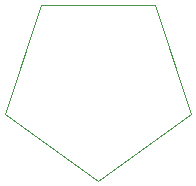
<source format=gbr>
G04 #@! TF.FileFunction,Profile,NP*
%FSLAX46Y46*%
G04 Gerber Fmt 4.6, Leading zero omitted, Abs format (unit mm)*
G04 Created by KiCad (PCBNEW 4.0.7) date 01/08/18 14:04:22*
%MOMM*%
%LPD*%
G01*
G04 APERTURE LIST*
%ADD10C,0.100000*%
G04 APERTURE END LIST*
D10*
X164201771Y-99297751D02*
X156353199Y-105000072D01*
X161203883Y-90071202D02*
X164201771Y-99297751D01*
X156353199Y-105000072D02*
X148504628Y-99297751D01*
X148504628Y-99297751D02*
X151502515Y-90071202D01*
X151502515Y-90071202D02*
X161203883Y-90071202D01*
M02*

</source>
